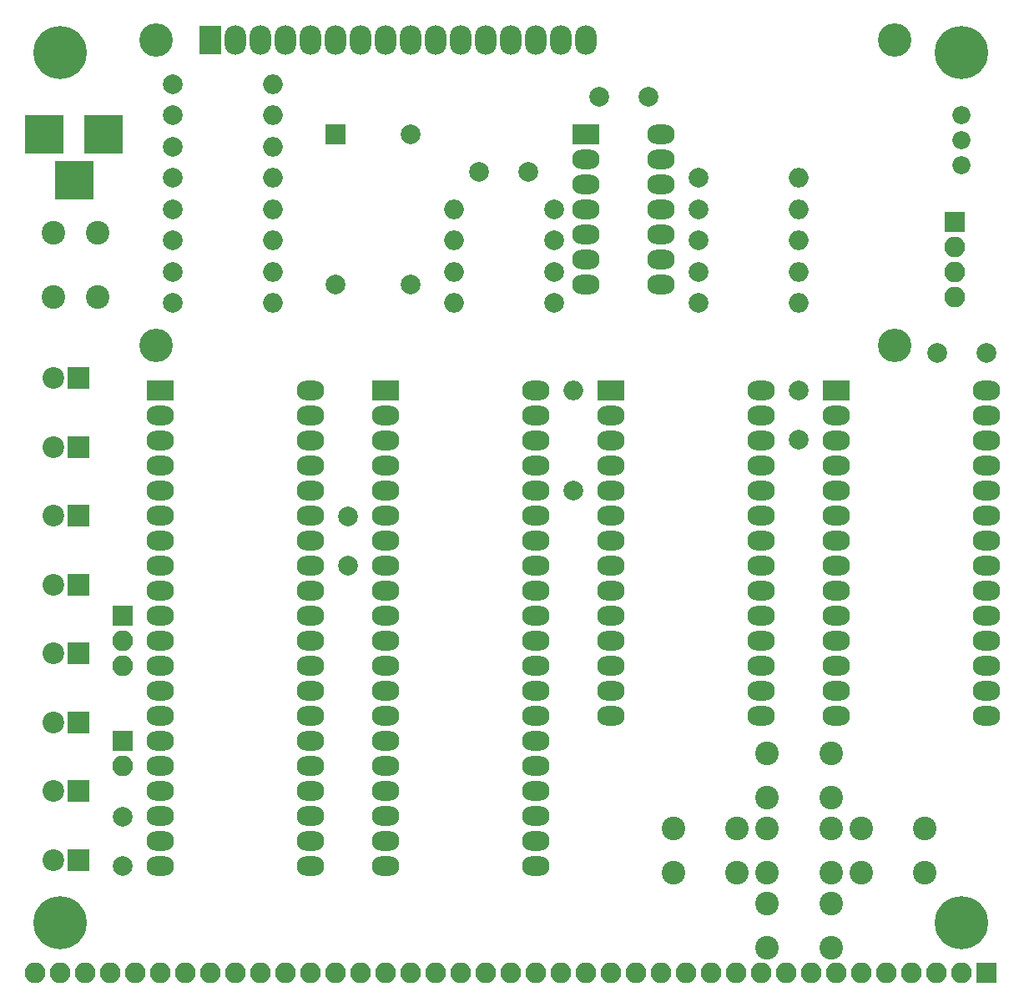
<source format=gts>
G04 #@! TF.GenerationSoftware,KiCad,Pcbnew,(5.1.5)-3*
G04 #@! TF.CreationDate,2020-02-15T17:47:17+01:00*
G04 #@! TF.ProjectId,BE6502 SBC,42453635-3032-4205-9342-432e6b696361,rev?*
G04 #@! TF.SameCoordinates,Original*
G04 #@! TF.FileFunction,Soldermask,Top*
G04 #@! TF.FilePolarity,Negative*
%FSLAX46Y46*%
G04 Gerber Fmt 4.6, Leading zero omitted, Abs format (unit mm)*
G04 Created by KiCad (PCBNEW (5.1.5)-3) date 2020-02-15 17:47:17*
%MOMM*%
%LPD*%
G04 APERTURE LIST*
%ADD10R,2.100000X2.100000*%
%ADD11O,2.100000X2.100000*%
%ADD12R,3.900000X3.900000*%
%ADD13C,5.400000*%
%ADD14C,2.000000*%
%ADD15O,2.000000X2.000000*%
%ADD16R,2.000000X2.000000*%
%ADD17R,2.200000X2.200000*%
%ADD18C,2.200000*%
%ADD19C,1.840000*%
%ADD20C,2.400000*%
%ADD21R,2.800000X2.000000*%
%ADD22O,2.800000X2.000000*%
%ADD23R,2.200000X3.000000*%
%ADD24O,2.200000X3.000000*%
%ADD25C,3.400000*%
G04 APERTURE END LIST*
D10*
X198120000Y-145415000D03*
D11*
X195580000Y-145415000D03*
X193040000Y-145415000D03*
X190500000Y-145415000D03*
X187960000Y-145415000D03*
X185420000Y-145415000D03*
X182880000Y-145415000D03*
X180340000Y-145415000D03*
X177800000Y-145415000D03*
X175260000Y-145415000D03*
X172720000Y-145415000D03*
X170180000Y-145415000D03*
X167640000Y-145415000D03*
X165100000Y-145415000D03*
X162560000Y-145415000D03*
X160020000Y-145415000D03*
X157480000Y-145415000D03*
X154940000Y-145415000D03*
X152400000Y-145415000D03*
X149860000Y-145415000D03*
X147320000Y-145415000D03*
X144780000Y-145415000D03*
X142240000Y-145415000D03*
X139700000Y-145415000D03*
X137160000Y-145415000D03*
X134620000Y-145415000D03*
X132080000Y-145415000D03*
X129540000Y-145415000D03*
X127000000Y-145415000D03*
X124460000Y-145415000D03*
X121920000Y-145415000D03*
X119380000Y-145415000D03*
X116840000Y-145415000D03*
X114300000Y-145415000D03*
X111760000Y-145415000D03*
X109220000Y-145415000D03*
X106680000Y-145415000D03*
X104140000Y-145415000D03*
X101600000Y-145415000D03*
D12*
X108585000Y-60325000D03*
X102585000Y-60325000D03*
X105585000Y-65025000D03*
D13*
X104140000Y-140335000D03*
X195580000Y-140335000D03*
X195580000Y-52070000D03*
X104140000Y-52070000D03*
D14*
X133350000Y-104140000D03*
X133350000Y-99140000D03*
X179070000Y-86360000D03*
X179070000Y-91360000D03*
X198120000Y-82550000D03*
X193120000Y-82550000D03*
X110490000Y-134620000D03*
X110490000Y-129620000D03*
X163830000Y-56515000D03*
X158830000Y-56515000D03*
X146685000Y-64135000D03*
X151685000Y-64135000D03*
D10*
X110490000Y-121920000D03*
D11*
X110490000Y-124460000D03*
D14*
X154305000Y-77470000D03*
D15*
X144145000Y-77470000D03*
D14*
X154305000Y-74295000D03*
D15*
X144145000Y-74295000D03*
D14*
X154305000Y-71120000D03*
D15*
X144145000Y-71120000D03*
D14*
X168910000Y-77470000D03*
D15*
X179070000Y-77470000D03*
D14*
X168910000Y-64770000D03*
D15*
X179070000Y-64770000D03*
D14*
X168910000Y-67945000D03*
D15*
X179070000Y-67945000D03*
D14*
X115570000Y-55245000D03*
D15*
X125730000Y-55245000D03*
D14*
X115570000Y-58420000D03*
D15*
X125730000Y-58420000D03*
D14*
X115570000Y-61595000D03*
D15*
X125730000Y-61595000D03*
D16*
X132080000Y-60325000D03*
D14*
X139700000Y-60325000D03*
X139700000Y-75565000D03*
X132080000Y-75565000D03*
D17*
X106045000Y-85090000D03*
D18*
X103505000Y-85090000D03*
D17*
X106045000Y-92075000D03*
D18*
X103505000Y-92075000D03*
D17*
X106045000Y-99060000D03*
D18*
X103505000Y-99060000D03*
D17*
X106045000Y-106045000D03*
D18*
X103505000Y-106045000D03*
D17*
X106045000Y-113030000D03*
D18*
X103505000Y-113030000D03*
D17*
X106045000Y-120015000D03*
D18*
X103505000Y-120015000D03*
D17*
X106045000Y-127000000D03*
D18*
X103505000Y-127000000D03*
D17*
X106045000Y-133985000D03*
D18*
X103505000Y-133985000D03*
D10*
X110490000Y-109220000D03*
D11*
X110490000Y-111760000D03*
X110490000Y-114300000D03*
D14*
X154305000Y-67945000D03*
D15*
X144145000Y-67945000D03*
D14*
X168910000Y-71120000D03*
D15*
X179070000Y-71120000D03*
D14*
X168910000Y-74295000D03*
D15*
X179070000Y-74295000D03*
D14*
X115570000Y-64770000D03*
D15*
X125730000Y-64770000D03*
D14*
X115570000Y-67945000D03*
D15*
X125730000Y-67945000D03*
D14*
X115570000Y-71120000D03*
D15*
X125730000Y-71120000D03*
D14*
X115570000Y-74295000D03*
D15*
X125730000Y-74295000D03*
D14*
X115570000Y-77470000D03*
D15*
X125730000Y-77470000D03*
D19*
X195580000Y-58420000D03*
X195580000Y-60960000D03*
X195580000Y-63500000D03*
D20*
X108005000Y-76835000D03*
X103505000Y-76835000D03*
X108005000Y-70335000D03*
X103505000Y-70335000D03*
X175895000Y-135310000D03*
X175895000Y-130810000D03*
X182395000Y-135310000D03*
X182395000Y-130810000D03*
X175895000Y-127690000D03*
X175895000Y-123190000D03*
X182395000Y-127690000D03*
X182395000Y-123190000D03*
X175895000Y-142930000D03*
X175895000Y-138430000D03*
X182395000Y-142930000D03*
X182395000Y-138430000D03*
X166370000Y-135310000D03*
X166370000Y-130810000D03*
X172870000Y-135310000D03*
X172870000Y-130810000D03*
X185420000Y-135310000D03*
X185420000Y-130810000D03*
X191920000Y-135310000D03*
X191920000Y-130810000D03*
D21*
X137160000Y-86360000D03*
D22*
X152400000Y-134620000D03*
X137160000Y-88900000D03*
X152400000Y-132080000D03*
X137160000Y-91440000D03*
X152400000Y-129540000D03*
X137160000Y-93980000D03*
X152400000Y-127000000D03*
X137160000Y-96520000D03*
X152400000Y-124460000D03*
X137160000Y-99060000D03*
X152400000Y-121920000D03*
X137160000Y-101600000D03*
X152400000Y-119380000D03*
X137160000Y-104140000D03*
X152400000Y-116840000D03*
X137160000Y-106680000D03*
X152400000Y-114300000D03*
X137160000Y-109220000D03*
X152400000Y-111760000D03*
X137160000Y-111760000D03*
X152400000Y-109220000D03*
X137160000Y-114300000D03*
X152400000Y-106680000D03*
X137160000Y-116840000D03*
X152400000Y-104140000D03*
X137160000Y-119380000D03*
X152400000Y-101600000D03*
X137160000Y-121920000D03*
X152400000Y-99060000D03*
X137160000Y-124460000D03*
X152400000Y-96520000D03*
X137160000Y-127000000D03*
X152400000Y-93980000D03*
X137160000Y-129540000D03*
X152400000Y-91440000D03*
X137160000Y-132080000D03*
X152400000Y-88900000D03*
X137160000Y-134620000D03*
X152400000Y-86360000D03*
D21*
X160020000Y-86360000D03*
D22*
X175260000Y-119380000D03*
X160020000Y-88900000D03*
X175260000Y-116840000D03*
X160020000Y-91440000D03*
X175260000Y-114300000D03*
X160020000Y-93980000D03*
X175260000Y-111760000D03*
X160020000Y-96520000D03*
X175260000Y-109220000D03*
X160020000Y-99060000D03*
X175260000Y-106680000D03*
X160020000Y-101600000D03*
X175260000Y-104140000D03*
X160020000Y-104140000D03*
X175260000Y-101600000D03*
X160020000Y-106680000D03*
X175260000Y-99060000D03*
X160020000Y-109220000D03*
X175260000Y-96520000D03*
X160020000Y-111760000D03*
X175260000Y-93980000D03*
X160020000Y-114300000D03*
X175260000Y-91440000D03*
X160020000Y-116840000D03*
X175260000Y-88900000D03*
X160020000Y-119380000D03*
X175260000Y-86360000D03*
D21*
X182880000Y-86360000D03*
D22*
X198120000Y-119380000D03*
X182880000Y-88900000D03*
X198120000Y-116840000D03*
X182880000Y-91440000D03*
X198120000Y-114300000D03*
X182880000Y-93980000D03*
X198120000Y-111760000D03*
X182880000Y-96520000D03*
X198120000Y-109220000D03*
X182880000Y-99060000D03*
X198120000Y-106680000D03*
X182880000Y-101600000D03*
X198120000Y-104140000D03*
X182880000Y-104140000D03*
X198120000Y-101600000D03*
X182880000Y-106680000D03*
X198120000Y-99060000D03*
X182880000Y-109220000D03*
X198120000Y-96520000D03*
X182880000Y-111760000D03*
X198120000Y-93980000D03*
X182880000Y-114300000D03*
X198120000Y-91440000D03*
X182880000Y-116840000D03*
X198120000Y-88900000D03*
X182880000Y-119380000D03*
X198120000Y-86360000D03*
D21*
X114300000Y-86360000D03*
D22*
X129540000Y-134620000D03*
X114300000Y-88900000D03*
X129540000Y-132080000D03*
X114300000Y-91440000D03*
X129540000Y-129540000D03*
X114300000Y-93980000D03*
X129540000Y-127000000D03*
X114300000Y-96520000D03*
X129540000Y-124460000D03*
X114300000Y-99060000D03*
X129540000Y-121920000D03*
X114300000Y-101600000D03*
X129540000Y-119380000D03*
X114300000Y-104140000D03*
X129540000Y-116840000D03*
X114300000Y-106680000D03*
X129540000Y-114300000D03*
X114300000Y-109220000D03*
X129540000Y-111760000D03*
X114300000Y-111760000D03*
X129540000Y-109220000D03*
X114300000Y-114300000D03*
X129540000Y-106680000D03*
X114300000Y-116840000D03*
X129540000Y-104140000D03*
X114300000Y-119380000D03*
X129540000Y-101600000D03*
X114300000Y-121920000D03*
X129540000Y-99060000D03*
X114300000Y-124460000D03*
X129540000Y-96520000D03*
X114300000Y-127000000D03*
X129540000Y-93980000D03*
X114300000Y-129540000D03*
X129540000Y-91440000D03*
X114300000Y-132080000D03*
X129540000Y-88900000D03*
X114300000Y-134620000D03*
X129540000Y-86360000D03*
D21*
X157480000Y-60325000D03*
D22*
X165100000Y-75565000D03*
X157480000Y-62865000D03*
X165100000Y-73025000D03*
X157480000Y-65405000D03*
X165100000Y-70485000D03*
X157480000Y-67945000D03*
X165100000Y-67945000D03*
X157480000Y-70485000D03*
X165100000Y-65405000D03*
X157480000Y-73025000D03*
X165100000Y-62865000D03*
X157480000Y-75565000D03*
X165100000Y-60325000D03*
D23*
X119380000Y-50800000D03*
D24*
X121920000Y-50800000D03*
X124460000Y-50800000D03*
X127000000Y-50800000D03*
X129540000Y-50800000D03*
X132080000Y-50800000D03*
X134620000Y-50800000D03*
X137160000Y-50800000D03*
X139700000Y-50800000D03*
X142240000Y-50800000D03*
X144780000Y-50800000D03*
X147320000Y-50800000D03*
X149860000Y-50800000D03*
X152400000Y-50800000D03*
X154940000Y-50800000D03*
X157480000Y-50800000D03*
D25*
X113880900Y-50800000D03*
X113880900Y-81800700D03*
X188879480Y-81800700D03*
X188880000Y-50800000D03*
D10*
X194945000Y-69215000D03*
D11*
X194945000Y-71755000D03*
X194945000Y-74295000D03*
X194945000Y-76835000D03*
D15*
X156210000Y-86360000D03*
D14*
X156210000Y-96520000D03*
M02*

</source>
